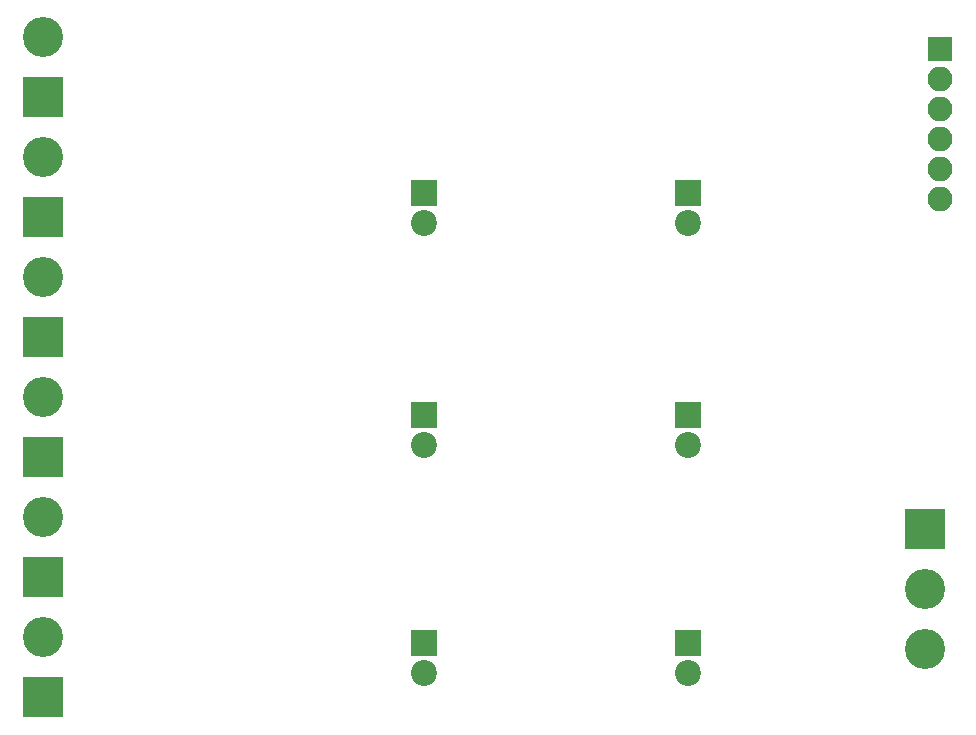
<source format=gbr>
G04 #@! TF.FileFunction,Soldermask,Bot*
%FSLAX46Y46*%
G04 Gerber Fmt 4.6, Leading zero omitted, Abs format (unit mm)*
G04 Created by KiCad (PCBNEW 4.0.7) date 08/12/18 23:32:44*
%MOMM*%
%LPD*%
G01*
G04 APERTURE LIST*
%ADD10C,0.100000*%
%ADD11R,2.200000X2.200000*%
%ADD12C,2.200000*%
%ADD13R,3.400000X3.400000*%
%ADD14C,3.400000*%
%ADD15R,2.100000X2.100000*%
%ADD16O,2.100000X2.100000*%
G04 APERTURE END LIST*
D10*
D11*
X81280000Y-62484000D03*
D12*
X81280000Y-65024000D03*
D11*
X81280000Y-81788000D03*
D12*
X81280000Y-84328000D03*
D11*
X58928000Y-43688000D03*
D12*
X58928000Y-46228000D03*
D11*
X58928000Y-62484000D03*
D12*
X58928000Y-65024000D03*
D11*
X58928000Y-81788000D03*
D12*
X58928000Y-84328000D03*
D13*
X101346000Y-72136000D03*
D14*
X101346000Y-77216000D03*
X101346000Y-82296000D03*
D15*
X102616000Y-31496000D03*
D16*
X102616000Y-34036000D03*
X102616000Y-36576000D03*
X102616000Y-39116000D03*
X102616000Y-41656000D03*
X102616000Y-44196000D03*
D13*
X26670000Y-35560000D03*
D14*
X26670000Y-30480000D03*
D13*
X26670000Y-45720000D03*
D14*
X26670000Y-40640000D03*
D13*
X26670000Y-55880000D03*
D14*
X26670000Y-50800000D03*
D13*
X26670000Y-66040000D03*
D14*
X26670000Y-60960000D03*
D13*
X26670000Y-76200000D03*
D14*
X26670000Y-71120000D03*
D13*
X26670000Y-86360000D03*
D14*
X26670000Y-81280000D03*
D11*
X81280000Y-43688000D03*
D12*
X81280000Y-46228000D03*
M02*

</source>
